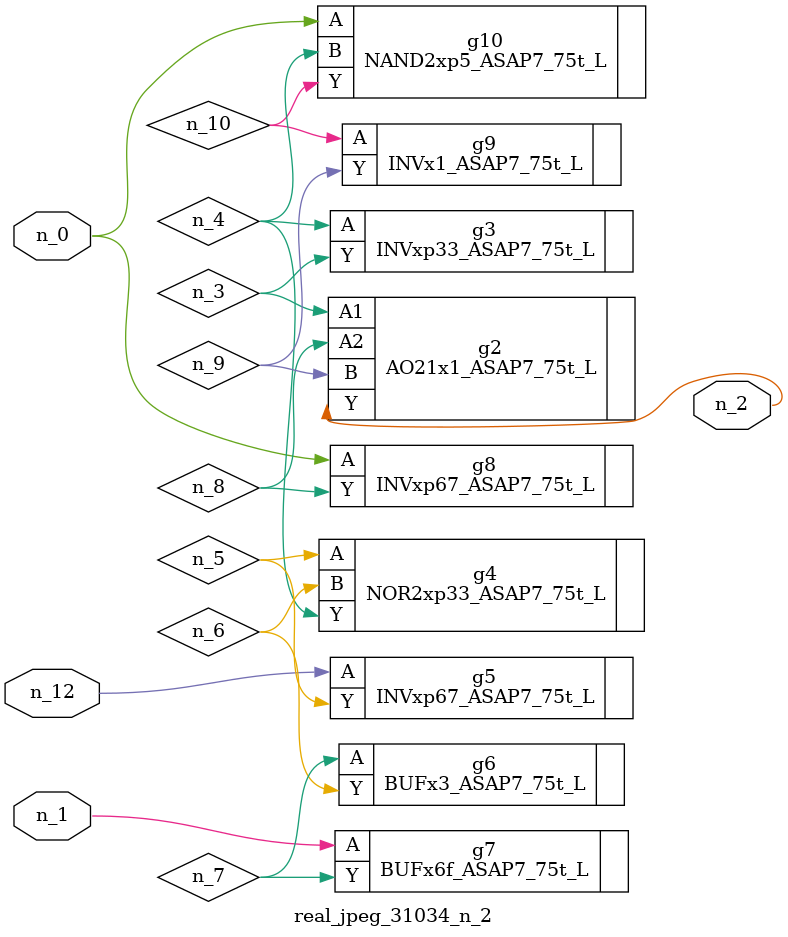
<source format=v>
module real_jpeg_31034_n_2 (n_12, n_1, n_0, n_2);

input n_12;
input n_1;
input n_0;

output n_2;

wire n_5;
wire n_8;
wire n_4;
wire n_6;
wire n_7;
wire n_3;
wire n_10;
wire n_9;

INVxp67_ASAP7_75t_L g8 ( 
.A(n_0),
.Y(n_8)
);

NAND2xp5_ASAP7_75t_L g10 ( 
.A(n_0),
.B(n_4),
.Y(n_10)
);

BUFx6f_ASAP7_75t_L g7 ( 
.A(n_1),
.Y(n_7)
);

AO21x1_ASAP7_75t_L g2 ( 
.A1(n_3),
.A2(n_8),
.B(n_9),
.Y(n_2)
);

INVxp33_ASAP7_75t_L g3 ( 
.A(n_4),
.Y(n_3)
);

NOR2xp33_ASAP7_75t_L g4 ( 
.A(n_5),
.B(n_6),
.Y(n_4)
);

BUFx3_ASAP7_75t_L g6 ( 
.A(n_7),
.Y(n_6)
);

INVx1_ASAP7_75t_L g9 ( 
.A(n_10),
.Y(n_9)
);

INVxp67_ASAP7_75t_L g5 ( 
.A(n_12),
.Y(n_5)
);


endmodule
</source>
